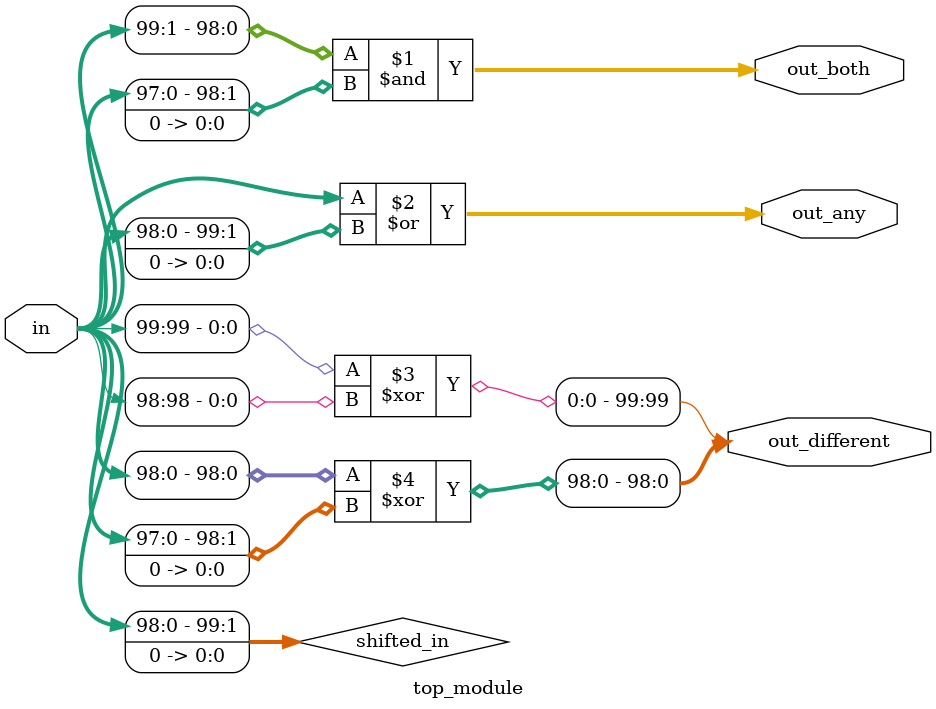
<source format=sv>
module top_module (
	input [99:0] in,
	output [98:0] out_both,
	output [99:0] out_any,
	output [99:0] out_different
);

    wire [99:0] shifted_in;
    assign shifted_in = {in[98:0], 1'b0}; // Shift the input signal by one bit

    assign out_both = in[99:1] & shifted_in[98:0]; // 99-bit wide AND operation
    assign out_any = in | shifted_in; // 100-bit wide OR operation

    assign out_different[99] = in[99] ^ shifted_in[99]; // Explicitly define the first bit
    assign out_different[98:0] = in[98:0] ^ {in[97:0], 1'b0}; // 100-bit wide XOR operation with shifted input shifted by one bit

endmodule

</source>
